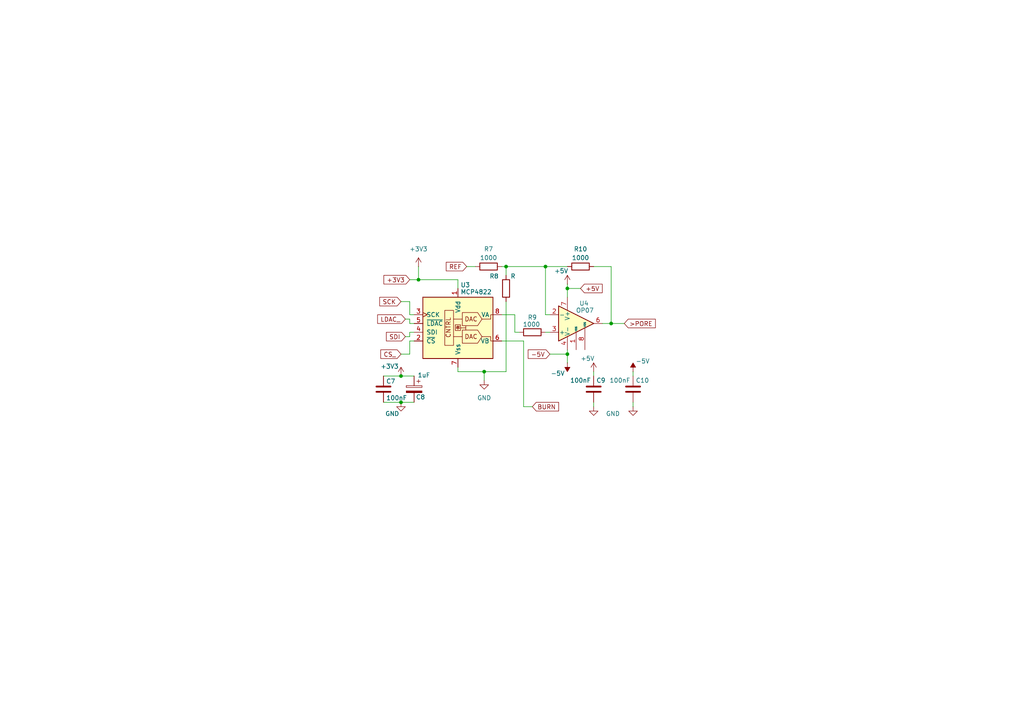
<source format=kicad_sch>
(kicad_sch (version 20231120) (generator "eeschema") (generator_version "8.0")
  (paper "A4")
  (lib_symbols
    (symbol "Analog_DAC:MCP4822" (pin_names (offset 1.016))
      (property "Reference" "U" (at -2.54 10.795 0))
      (property "Value" "MCP4822" (at -2.54 8.89 0))
      (symbol "MCP4822_0_0"
        (polyline (pts (xy 0 -1.778) (xy 0 -0.635)))
        (polyline (pts (xy 0.381 -0.889) (xy 0.508 -0.762)))
        (polyline (pts (xy 2.286 -1.143) (xy 2.286 -1.905)))
        (polyline (pts (xy 0.381 -0.889) (xy -0.381 -0.889) (xy -0.508 -1.016)))
        (polyline (pts (xy 0.762 -1.27) (xy 2.286 -1.27) (xy 2.286 -0.762)))
        (polyline (pts (xy 0 -0.889) (xy 0.508 -1.397) (xy -0.508 -1.397) (xy 0 -0.889)))
        (polyline (pts (xy 6.985 -3.81) (xy 9.525 -3.81) (xy 9.525 -5.08) (xy 10.16 -5.08)))
        (polyline (pts (xy 6.985 1.27) (xy 9.525 1.27) (xy 9.525 2.54) (xy 10.16 2.54)))
        (rectangle (start 0.762 -0.381) (end -0.762 -2.032))
        (text "CNTRL" (at -2.032 -4.191 900) (effects (font (size 1.27 1.27)) (justify left bottom)))
        (text "DAC" (at 3.81 -3.81 0) (effects (font (size 1.27 1.27))))
        (text "DAC" (at 3.81 1.27 0) (effects (font (size 1.27 1.27))))
      )
      (symbol "MCP4822_0_1"
        (rectangle (start -10.16 7.62) (end 10.16 -10.16) (stroke (width 0.254)) (fill (type background)))
        (rectangle (start -1.27 -6.35) (end -3.81 3.81))
        (polyline (pts (xy 1.27 -3.81) (xy -1.27 -3.81)))
        (polyline (pts (xy 1.27 1.27) (xy -1.27 1.27)))
        (polyline (pts (xy 6.985 -3.81) (xy 5.715 -1.905) (xy 1.27 -1.905) (xy 1.27 -5.715) (xy 5.715 -5.715) (xy 6.985 -3.81)))
        (polyline (pts (xy 6.985 1.27) (xy 5.715 3.175) (xy 1.27 3.175) (xy 1.27 -0.635) (xy 5.715 -0.635) (xy 6.985 1.27)))
      )
      (symbol "MCP4822_1_1"
        (pin power_in line (at 0 10.16 270) (length 2.54) (name "Vdd") (number "1"))
        (pin input line (at -12.7 -5.08 0) (length 2.54) (name "~{CS}") (number "2"))
        (pin input clock (at -12.7 2.54 0) (length 2.54) (name "SCK") (number "3"))
        (pin input line (at -12.7 -2.54 0) (length 2.54) (name "SDI") (number "4"))
        (pin input line (at -12.7 0 0) (length 2.54) (name "~{LDAC}") (number "5"))
        (pin output line (at 12.7 -5.08 180) (length 2.54) (name "VB") (number "6"))
        (pin power_in line (at 0 -12.7 90) (length 2.54) (name "Vss") (number "7"))
        (pin output line (at 12.7 2.54 180) (length 2.54) (name "VA") (number "8"))
      )
    )
    (symbol "Device:C" (pin_numbers hide) (pin_names (offset 0.254))
      (property "Reference" "C" (at 0.635 2.54 0))
      (property "Value" "C" (at 0.635 -2.54 0))
      (symbol "C_0_1"
        (polyline (pts (xy -2.032 -0.762) (xy 2.032 -0.762)) (stroke (width 0.508)))
        (polyline (pts (xy -2.032 0.762) (xy 2.032 0.762)) (stroke (width 0.508)))
      )
      (symbol "C_1_1"
        (pin passive line (at 0 3.81 270) (length 2.794) (name "~") (number "1"))
        (pin passive line (at 0 -3.81 90) (length 2.794) (name "~") (number "2"))
      )
    )
    (symbol "Device:C_Polarized" (pin_numbers hide) (pin_names (offset 0.254))
      (property "Reference" "C" (at 0.635 2.54 0))
      (property "Value" "C_Polarized" (at 0.635 -2.54 0))
      (symbol "C_Polarized_0_1"
        (rectangle (start -2.286 0.508) (end 2.286 1.016))
        (polyline (pts (xy -1.778 2.286) (xy -0.762 2.286)))
        (polyline (pts (xy -1.27 2.794) (xy -1.27 1.778)))
        (rectangle (start 2.286 -0.508) (end -2.286 -1.016) (fill (type outline)))
      )
      (symbol "C_Polarized_1_1"
        (pin passive line (at 0 3.81 270) (length 2.794) (name "~") (number "1"))
        (pin passive line (at 0 -3.81 90) (length 2.794) (name "~") (number "2"))
      )
    )
    (symbol "Device:R" (pin_numbers hide) (pin_names (offset 0))
      (property "Reference" "R" (at 2.032 0 90))
      (property "Value" "R" (at 0 0 90))
      (symbol "R_0_1"
        (rectangle (start -1.016 -2.54) (end 1.016 2.54) (stroke (width 0.254)))
      )
      (symbol "R_1_1"
        (pin passive line (at 0 3.81 270) (length 1.27) (name "~") (number "1"))
        (pin passive line (at 0 -3.81 90) (length 1.27) (name "~") (number "2"))
      )
    )
    (symbol "OP07_1" (pin_names (offset 0.127))
      (property "Reference" "U4" (at 2.286 5.842 0))
      (property "Value" "OP07" (at 2.54 3.81 0))
      (symbol "OP07_1_0_1"
        (polyline (pts (xy -5.08 5.08) (xy 5.08 0) (xy -5.08 -5.08) (xy -5.08 5.08)) (stroke (width 0.254)) (fill (type background)))
      )
      (symbol "OP07_1_1_1"
        (pin input line (at 0 -7.62 90) (length 5.08) (name "VOS") (number "1"))
        (pin input line (at -7.62 2.54 0) (length 2.54) (name "-") (number "2"))
        (pin input line (at -7.62 -2.54 0) (length 2.54) (name "+") (number "3"))
        (pin power_in line (at -2.54 -7.62 90) (length 3.81) (name "V-") (number "4"))
        (pin no_connect line (at 0 2.54 270) (length 2.54) hide (name "NC") (number "5"))
        (pin output line (at 7.62 0 180) (length 2.54) (name "~") (number "6"))
        (pin power_in line (at -2.54 7.62 270) (length 3.81) (name "V+") (number "7"))
        (pin input line (at 2.54 -7.62 90) (length 6.35) (name "VOS") (number "8"))
      )
    )
    (symbol "power:+3V3" (power) (pin_numbers hide) (pin_names (offset 0) hide)
      (property "Value" "+3V3" (at 0 3.556 0))
      (symbol "+3V3_0_1"
        (polyline (pts (xy -0.762 1.27) (xy 0 2.54)))
        (polyline (pts (xy 0 0) (xy 0 2.54)))
        (polyline (pts (xy 0 2.54) (xy 0.762 1.27)))
      )
      (symbol "+3V3_1_1"
        (pin power_in line (at 0 0 90) (length 0) (name "~") (number "1"))
      )
    )
    (symbol "power:+5V" (power) (pin_numbers hide) (pin_names (offset 0) hide)
      (property "Value" "+5V" (at 0 3.556 0))
      (symbol "+5V_0_1"
        (polyline (pts (xy -0.762 1.27) (xy 0 2.54)))
        (polyline (pts (xy 0 0) (xy 0 2.54)))
        (polyline (pts (xy 0 2.54) (xy 0.762 1.27)))
      )
      (symbol "+5V_1_1"
        (pin power_in line (at 0 0 90) (length 0) (name "~") (number "1"))
      )
    )
    (symbol "power:-5V" (power) (pin_numbers hide) (pin_names (offset 0) hide)
      (property "Value" "-5V" (at 0 3.556 0))
      (symbol "-5V_0_0"
        (pin power_in line (at 0 0 90) (length 0) (name "~") (number "1"))
      )
      (symbol "-5V_0_1"
        (polyline (pts (xy 0 0) (xy 0 1.27) (xy 0.762 1.27) (xy 0 2.54) (xy -0.762 1.27) (xy 0 1.27)) (fill (type outline)))
      )
    )
    (symbol "power:GND" (power) (pin_numbers hide) (pin_names (offset 0) hide)
      (property "Value" "GND" (at 0 -3.81 0))
      (symbol "GND_0_1"
        (polyline (pts (xy 0 0) (xy 0 -1.27) (xy 1.27 -1.27) (xy 0 -2.54) (xy -1.27 -1.27) (xy 0 -1.27)))
      )
      (symbol "GND_1_1"
        (pin power_in line (at 0 0 270) (length 0) (name "~") (number "1"))
      )
    )
  )
  (junction (at 164.5636 83.6658))
  (junction (at 177.2636 93.8258))
  (junction (at 140.4336 107.7958))
  (junction (at 146.7836 77.3158))
  (junction (at 121.3836 81.1258))
  (junction (at 116.3036 109.0658))
  (junction (at 116.3036 116.6858))
  (junction (at 164.5636 102.7158))
  (junction (at 158.2136 77.3158))
  (wire (pts (xy 164.5636 102.7158) (xy 164.5636 105.2558)))
  (wire (pts (xy 111.2236 109.0658) (xy 116.3036 109.0658)))
  (wire (pts (xy 118.8436 81.1258) (xy 121.3836 81.1258)))
  (wire (pts (xy 117.5736 92.5558) (xy 118.8436 92.5558)))
  (wire (pts (xy 183.6136 116.6858) (xy 183.6136 117.9558)))
  (wire (pts (xy 121.3836 81.1258) (xy 132.8136 81.1258)))
  (wire (pts (xy 116.3036 102.7158) (xy 118.8436 102.7158)))
  (wire (pts (xy 140.4336 107.7958) (xy 146.7836 107.7958)))
  (wire (pts (xy 164.5636 83.6658) (xy 164.5636 86.2058)))
  (wire (pts (xy 172.1836 116.6858) (xy 172.1836 117.9558)))
  (wire (pts (xy 132.8136 81.1258) (xy 132.8136 83.6658)))
  (wire (pts (xy 135.3536 77.3158) (xy 137.8936 77.3158)))
  (wire (pts (xy 116.3036 109.0658) (xy 120.1136 109.0658)))
  (wire (pts (xy 121.3836 77.3158) (xy 121.3836 81.1258)))
  (wire (pts (xy 149.3236 96.3658) (xy 150.5936 96.3658)))
  (wire (pts (xy 111.2236 116.6858) (xy 116.3036 116.6858)))
  (wire (pts (xy 158.2136 96.3658) (xy 159.4836 96.3658)))
  (wire (pts (xy 158.2136 91.2858) (xy 158.2136 77.3158)))
  (wire (pts (xy 117.5736 97.6358) (xy 118.8436 97.6358)))
  (wire (pts (xy 154.4036 117.9558) (xy 151.8636 117.9558)))
  (wire (pts (xy 158.2136 77.3158) (xy 164.5636 77.3158)))
  (wire (pts (xy 164.5636 82.3958) (xy 164.5636 83.6658)))
  (wire (pts (xy 120.1136 91.2858) (xy 118.8436 91.2858)))
  (wire (pts (xy 140.4336 107.7958) (xy 140.4336 110.3358)))
  (wire (pts (xy 174.7236 93.8258) (xy 177.2636 93.8258)))
  (wire (pts (xy 158.2136 91.2858) (xy 159.4836 91.2858)))
  (wire (pts (xy 146.7836 87.4758) (xy 146.7836 107.7958)))
  (wire (pts (xy 164.5636 83.6658) (xy 168.3736 83.6658)))
  (wire (pts (xy 116.3036 116.6858) (xy 120.1136 116.6858)))
  (wire (pts (xy 177.2636 93.8258) (xy 181.0736 93.8258)))
  (wire (pts (xy 146.7836 77.3158) (xy 158.2136 77.3158)))
  (wire (pts (xy 145.5136 91.2858) (xy 149.3236 91.2858)))
  (wire (pts (xy 146.7836 77.3158) (xy 146.7836 79.8558)))
  (wire (pts (xy 118.8436 92.5558) (xy 118.8436 93.8258)))
  (wire (pts (xy 159.4836 102.7158) (xy 164.5636 102.7158)))
  (wire (pts (xy 132.8136 106.5258) (xy 132.8136 107.7958)))
  (wire (pts (xy 132.8136 107.7958) (xy 140.4336 107.7958)))
  (wire (pts (xy 120.1136 98.9058) (xy 118.8436 98.9058)))
  (wire (pts (xy 118.8436 93.8258) (xy 120.1136 93.8258)))
  (wire (pts (xy 116.3036 87.4758) (xy 118.8436 87.4758)))
  (wire (pts (xy 172.1836 107.7958) (xy 172.1836 109.0658)))
  (wire (pts (xy 118.8436 96.3658) (xy 120.1136 96.3658)))
  (wire (pts (xy 145.5136 77.3158) (xy 146.7836 77.3158)))
  (wire (pts (xy 164.5636 101.4458) (xy 164.5636 102.7158)))
  (wire (pts (xy 183.6136 107.7958) (xy 183.6136 109.0658)))
  (wire (pts (xy 118.8436 87.4758) (xy 118.8436 91.2858)))
  (wire (pts (xy 149.3236 91.2858) (xy 149.3236 96.3658)))
  (wire (pts (xy 172.1836 77.3158) (xy 177.2636 77.3158)))
  (wire (pts (xy 177.2636 77.3158) (xy 177.2636 93.8258)))
  (wire (pts (xy 118.8436 98.9058) (xy 118.8436 102.7158)))
  (wire (pts (xy 151.8636 117.9558) (xy 151.8636 98.9058)))
  (wire (pts (xy 151.8636 98.9058) (xy 145.5136 98.9058)))
  (wire (pts (xy 118.8436 97.6358) (xy 118.8436 96.3658)))
  (global_label "SDI" (shape input) (at 117.5736 97.6358 180) (property "Intersheetrefs" "${INTERSHEET_REFS}" (effects (hide yes))))
  (global_label "LDAC_" (shape input) (at 117.5736 92.5558 180) (property "Intersheetrefs" "${INTERSHEET_REFS}" (effects (hide yes))))
  (global_label "REF" (shape input) (at 135.3536 77.3158 180) (property "Intersheetrefs" "${INTERSHEET_REFS}" (effects (hide yes))))
  (global_label "+3V3" (shape input) (at 118.8436 81.1258 180) (property "Intersheetrefs" "${INTERSHEET_REFS}" (effects (hide yes))))
  (global_label "-5V" (shape input) (at 159.4836 102.7158 180) (property "Intersheetrefs" "${INTERSHEET_REFS}" (effects (hide yes))))
  (global_label "+5V" (shape input) (at 168.3736 83.6658 0) (property "Intersheetrefs" "${INTERSHEET_REFS}" (effects (hide yes))))
  (global_label "BURN" (shape input) (at 154.4036 117.9558 0) (property "Intersheetrefs" "${INTERSHEET_REFS}" (effects (hide yes))))
  (global_label "CS_" (shape input) (at 116.3036 102.7158 180) (property "Intersheetrefs" "${INTERSHEET_REFS}" (effects (hide yes))))
  (global_label "SCK" (shape input) (at 116.3036 87.4758 180) (property "Intersheetrefs" "${INTERSHEET_REFS}" (effects (hide yes))))
  (global_label ">PORE" (shape input) (at 181.0736 93.8258 0) (property "Intersheetrefs" "${INTERSHEET_REFS}" (effects (hide yes))))
  (symbol (lib_id "Device:C") (at 111.2236 112.8758 0) (unit 1)
    (property "Reference" "C7" (at 111.9856 110.5898 0) (effects (justify left)))
    (property "Value" "100nF" (at 111.9856 115.4158 0) (effects (justify left)))
    (property "Footprint" "Resistor_SMD:R_0805_2012Metric" (effects (hide yes)))
    (property "Description" "Unpolarized capacitor" (effects (hide yes)))
  )
  (symbol (lib_id "power:GND") (at 183.6136 117.9558 0) (unit 1)
    (property "Reference" "#PWR017" (effects (hide yes)))
    (property "Value" "GND" (at 177.7716 119.9878 0))
    (property "Description" "Power symbol creates a global label with name \"GND\" , ground" (effects (hide yes)))
  )
  (symbol (lib_id "Device:R") (at 154.4036 96.3658 90) (unit 1)
    (property "Reference" "R9" (at 154.4036 92.0478 90))
    (property "Value" "1000" (at 154.1496 94.0798 90))
    (property "Footprint" "Resistor_SMD:R_0805_2012Metric" (effects (hide yes)))
    (property "Description" "Resistor" (effects (hide yes)))
  )
  (symbol (lib_id "power:-5V") (at 183.6136 107.7958 0) (unit 1)
    (property "Reference" "#PWR016" (effects (hide yes)))
    (property "Value" "-5V" (at 186.4076 104.7478 0))
    (property "Description" "Power symbol creates a global label with name \"-5V\"" (effects (hide yes)))
  )
  (symbol (lib_id "power:+5V") (at 172.1836 107.7958 0) (unit 1)
    (property "Reference" "#PWR014" (effects (hide yes)))
    (property "Value" "+5V" (at 170.4056 103.9858 0))
    (property "Description" "Power symbol creates a global label with name \"+5V\"" (effects (hide yes)))
  )
  (symbol (lib_id "power:+5V") (at 164.5636 82.3958 0) (unit 1)
    (property "Reference" "#PWR012" (effects (hide yes)))
    (property "Value" "+5V" (at 162.7856 78.5858 0))
    (property "Description" "Power symbol creates a global label with name \"+5V\"" (effects (hide yes)))
  )
  (symbol (lib_id "Device:R") (at 168.3736 77.3158 90) (unit 1)
    (property "Reference" "R10" (at 168.3736 72.2358 90))
    (property "Value" "1000" (at 168.3736 74.7758 90))
    (property "Footprint" "Resistor_SMD:R_0805_2012Metric" (effects (hide yes)))
    (property "Description" "Resistor" (effects (hide yes)))
  )
  (symbol (lib_id "power:+3V3") (at 116.3036 109.0658 0) (unit 1)
    (property "Reference" "#PWR08" (effects (hide yes)))
    (property "Value" "+3V3" (at 113.0016 106.2718 0))
    (property "Description" "Power symbol creates a global label with name \"+3V3\"" (effects (hide yes)))
  )
  (symbol (lib_id "Analog_DAC:MCP4822") (at 132.8136 93.8258 0) (unit 1)
    (property "Reference" "U3" (at 133.5756 82.6498 0) (effects (justify left)))
    (property "Value" "MCP4822" (at 133.5756 84.6818 0) (effects (justify left)))
    (property "Footprint" "Package_SO:SOIC-8-1EP_3.9x4.9mm_P1.27mm_EP2.29x3mm" (effects (hide yes)))
    (property "Datasheet" "http://ww1.microchip.com/downloads/en/DeviceDoc/20002249B.pdf" (effects (hide yes)))
    (property "Description" "2-Channel 12-Bit D/A Converters with SPI Interface and Internal Reference (2.048V)" (effects (hide yes)))
  )
  (symbol (lib_id "power:-5V") (at 164.5636 105.2558 180) (unit 1)
    (property "Reference" "#PWR013" (effects (hide yes)))
    (property "Value" "-5V" (at 161.7696 108.3038 0))
    (property "Description" "Power symbol creates a global label with name \"-5V\"" (effects (hide yes)))
  )
  (symbol (lib_id "power:+3V3") (at 121.3836 77.3158 0) (unit 1)
    (property "Reference" "#PWR010" (effects (hide yes)))
    (property "Value" "+3V3" (at 121.3836 72.2358 0))
    (property "Description" "Power symbol creates a global label with name \"+3V3\"" (effects (hide yes)))
  )
  (symbol (lib_id "Device:C") (at 172.1836 112.8758 0) (unit 1)
    (property "Reference" "C9" (at 172.9456 110.3358 0) (effects (justify left)))
    (property "Value" "100nF" (at 165.3256 110.3358 0) (effects (justify left)))
    (property "Footprint" "Resistor_SMD:R_0805_2012Metric" (effects (hide yes)))
    (property "Description" "Unpolarized capacitor" (effects (hide yes)))
  )
  (symbol (lib_id "power:GND") (at 172.1836 117.9558 0) (unit 1)
    (property "Reference" "#PWR015" (effects (hide yes)))
    (property "Value" "GND" (effects (hide yes)))
    (property "Description" "Power symbol creates a global label with name \"GND\" , ground" (effects (hide yes)))
  )
  (symbol (lib_id "Device:C") (at 183.6136 112.8758 0) (unit 1)
    (property "Reference" "C10" (at 184.3756 110.3358 0) (effects (justify left)))
    (property "Value" "100nF" (at 176.7556 110.3358 0) (effects (justify left)))
    (property "Footprint" "Resistor_SMD:R_0805_2012Metric" (effects (hide yes)))
    (property "Description" "Unpolarized capacitor" (effects (hide yes)))
  )
  (symbol (lib_id "power:GND") (at 140.4336 110.3358 0) (unit 1)
    (property "Reference" "#PWR011" (effects (hide yes)))
    (property "Value" "GND" (at 140.4336 115.4158 0))
    (property "Description" "Power symbol creates a global label with name \"GND\" , ground" (effects (hide yes)))
  )
  (symbol (lib_id "Device:R") (at 146.7836 83.6658 0) (unit 1)
    (property "Reference" "R8" (at 141.9576 80.1098 0) (effects (justify left)))
    (property "Value" "R" (at 148.0536 80.1098 0) (effects (justify left)))
    (property "Footprint" "Resistor_SMD:R_0805_2012Metric" (effects (hide yes)))
    (property "Description" "Resistor" (effects (hide yes)))
  )
  (symbol (lib_id "Device:R") (at 141.7036 77.3158 90) (unit 1)
    (property "Reference" "R7" (at 141.7036 72.2358 90))
    (property "Value" "1000" (at 141.7036 74.7758 90))
    (property "Footprint" "Resistor_SMD:R_0805_2012Metric" (effects (hide yes)))
    (property "Description" "Resistor" (effects (hide yes)))
  )
  (symbol (lib_id "Device:C_Polarized") (at 120.1136 112.8758 0) (mirror y) (unit 1)
    (property "Reference" "C8" (at 120.6216 115.1618 0) (effects (justify right)))
    (property "Value" "1uF" (at 121.1296 108.8118 0) (effects (justify right)))
    (property "Footprint" "Resistor_SMD:R_0805_2012Metric" (effects (hide yes)))
    (property "Description" "Polarized capacitor" (effects (hide yes)))
  )
  (symbol (lib_id "power:GND") (at 116.3036 116.6858 0) (unit 1)
    (property "Reference" "#PWR09" (effects (hide yes)))
    (property "Value" "GND" (at 113.7636 119.9878 0))
    (property "Description" "Power symbol creates a global label with name \"GND\" , ground" (effects (hide yes)))
  )
  (symbol (lib_name "OP07_1") (lib_id "New_Library:OP07") (at 167.1036 93.8258 0) (unit 1)
    (property "Reference" "U4" (at 169.3896 87.9838 0))
    (property "Value" "OP07" (at 169.6436 90.0158 0))
    (property "Footprint" "Package_SO:SOIC-8-1EP_3.9x4.9mm_P1.27mm_EP2.29x3mm" (effects (hide yes)))
    (property "Datasheet" "https://www.analog.com/media/en/technical-documentation/data-sheets/OP07.pdf" (effects (hide yes)))
    (property "Description" "Single Ultra-Low Offset Voltage Operational Amplifier, DIP-8/SOIC-8" (effects (hide yes)))
  )
)
</source>
